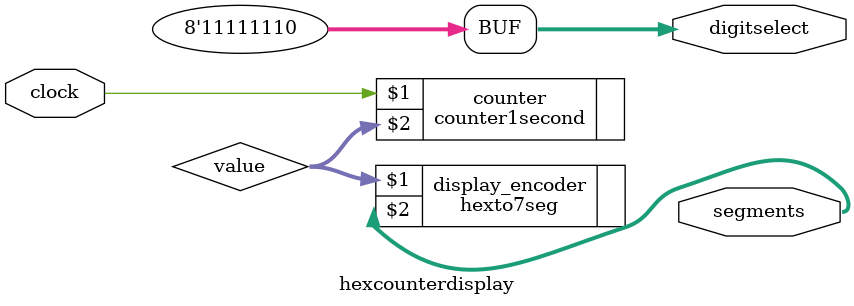
<source format=sv>
`timescale 1ns / 1ps


module hexcounterdisplay(
    input wire clock, 
    output wire [7:0] digitselect, 
    output wire [7:0] segments 
    );
    
    //The binary value to convert to hex and show to the user 
    //starts off at 0, roughly every second it increments and 
    //wraps around when 4 bit overflow occurs 
    logic [3:0] value; 
    
    assign digitselect = ~(8'b0000_0001);
        
    counter1second counter (clock, value);
    hexto7seg display_encoder (value, segments); 
    
endmodule

</source>
